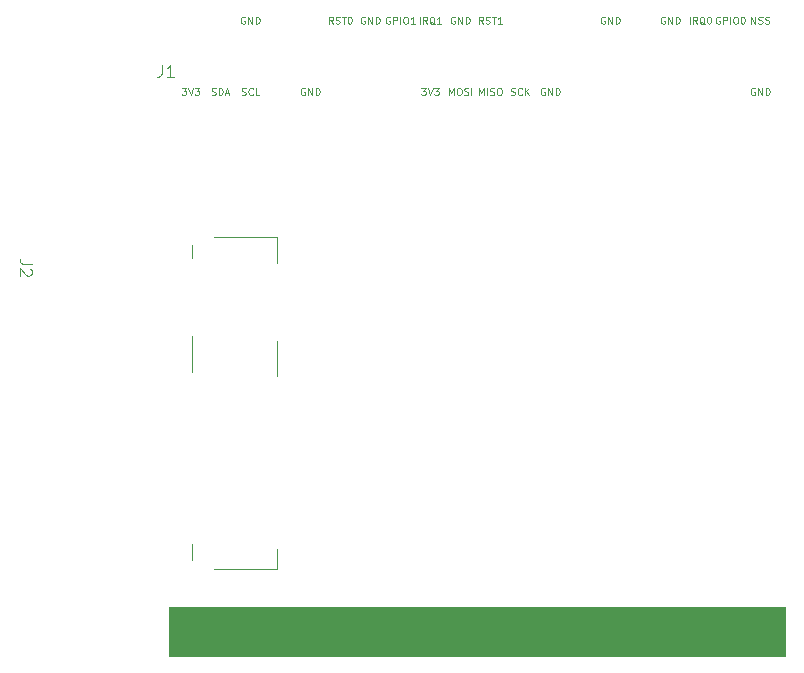
<source format=gbr>
%TF.GenerationSoftware,KiCad,Pcbnew,9.0.3*%
%TF.CreationDate,2025-08-29T17:44:56+02:00*%
%TF.ProjectId,RadioHAT,52616469-6f48-4415-942e-6b696361645f,rev?*%
%TF.SameCoordinates,Original*%
%TF.FileFunction,Legend,Top*%
%TF.FilePolarity,Positive*%
%FSLAX46Y46*%
G04 Gerber Fmt 4.6, Leading zero omitted, Abs format (unit mm)*
G04 Created by KiCad (PCBNEW 9.0.3) date 2025-08-29 17:44:56*
%MOMM*%
%LPD*%
G01*
G04 APERTURE LIST*
%ADD10C,0.100000*%
G04 APERTURE END LIST*
D10*
X114100000Y-121000000D02*
X166200000Y-121000000D01*
X166200000Y-125200000D01*
X114100000Y-125200000D01*
X114100000Y-121000000D01*
G36*
X114100000Y-121000000D02*
G01*
X166200000Y-121000000D01*
X166200000Y-125200000D01*
X114100000Y-125200000D01*
X114100000Y-121000000D01*
G37*
X102442580Y-91966666D02*
X101728295Y-91966666D01*
X101728295Y-91966666D02*
X101585438Y-91919047D01*
X101585438Y-91919047D02*
X101490200Y-91823809D01*
X101490200Y-91823809D02*
X101442580Y-91680952D01*
X101442580Y-91680952D02*
X101442580Y-91585714D01*
X102347342Y-92395238D02*
X102394961Y-92442857D01*
X102394961Y-92442857D02*
X102442580Y-92538095D01*
X102442580Y-92538095D02*
X102442580Y-92776190D01*
X102442580Y-92776190D02*
X102394961Y-92871428D01*
X102394961Y-92871428D02*
X102347342Y-92919047D01*
X102347342Y-92919047D02*
X102252104Y-92966666D01*
X102252104Y-92966666D02*
X102156866Y-92966666D01*
X102156866Y-92966666D02*
X102014009Y-92919047D01*
X102014009Y-92919047D02*
X101442580Y-92347619D01*
X101442580Y-92347619D02*
X101442580Y-92966666D01*
X113466666Y-75107419D02*
X113466666Y-75821704D01*
X113466666Y-75821704D02*
X113419047Y-75964561D01*
X113419047Y-75964561D02*
X113323809Y-76059800D01*
X113323809Y-76059800D02*
X113180952Y-76107419D01*
X113180952Y-76107419D02*
X113085714Y-76107419D01*
X114466666Y-76107419D02*
X113895238Y-76107419D01*
X114180952Y-76107419D02*
X114180952Y-75107419D01*
X114180952Y-75107419D02*
X114085714Y-75250276D01*
X114085714Y-75250276D02*
X113990476Y-75345514D01*
X113990476Y-75345514D02*
X113895238Y-75393133D01*
X163672857Y-77095942D02*
X163615715Y-77067371D01*
X163615715Y-77067371D02*
X163530000Y-77067371D01*
X163530000Y-77067371D02*
X163444286Y-77095942D01*
X163444286Y-77095942D02*
X163387143Y-77153085D01*
X163387143Y-77153085D02*
X163358572Y-77210228D01*
X163358572Y-77210228D02*
X163330000Y-77324514D01*
X163330000Y-77324514D02*
X163330000Y-77410228D01*
X163330000Y-77410228D02*
X163358572Y-77524514D01*
X163358572Y-77524514D02*
X163387143Y-77581657D01*
X163387143Y-77581657D02*
X163444286Y-77638800D01*
X163444286Y-77638800D02*
X163530000Y-77667371D01*
X163530000Y-77667371D02*
X163587143Y-77667371D01*
X163587143Y-77667371D02*
X163672857Y-77638800D01*
X163672857Y-77638800D02*
X163701429Y-77610228D01*
X163701429Y-77610228D02*
X163701429Y-77410228D01*
X163701429Y-77410228D02*
X163587143Y-77410228D01*
X163958572Y-77667371D02*
X163958572Y-77067371D01*
X163958572Y-77067371D02*
X164301429Y-77667371D01*
X164301429Y-77667371D02*
X164301429Y-77067371D01*
X164587143Y-77667371D02*
X164587143Y-77067371D01*
X164587143Y-77067371D02*
X164730000Y-77067371D01*
X164730000Y-77067371D02*
X164815714Y-77095942D01*
X164815714Y-77095942D02*
X164872857Y-77153085D01*
X164872857Y-77153085D02*
X164901428Y-77210228D01*
X164901428Y-77210228D02*
X164930000Y-77324514D01*
X164930000Y-77324514D02*
X164930000Y-77410228D01*
X164930000Y-77410228D02*
X164901428Y-77524514D01*
X164901428Y-77524514D02*
X164872857Y-77581657D01*
X164872857Y-77581657D02*
X164815714Y-77638800D01*
X164815714Y-77638800D02*
X164730000Y-77667371D01*
X164730000Y-77667371D02*
X164587143Y-77667371D01*
X163387143Y-71631371D02*
X163387143Y-71031371D01*
X163387143Y-71031371D02*
X163730000Y-71631371D01*
X163730000Y-71631371D02*
X163730000Y-71031371D01*
X163987142Y-71602800D02*
X164072857Y-71631371D01*
X164072857Y-71631371D02*
X164215714Y-71631371D01*
X164215714Y-71631371D02*
X164272857Y-71602800D01*
X164272857Y-71602800D02*
X164301428Y-71574228D01*
X164301428Y-71574228D02*
X164329999Y-71517085D01*
X164329999Y-71517085D02*
X164329999Y-71459942D01*
X164329999Y-71459942D02*
X164301428Y-71402800D01*
X164301428Y-71402800D02*
X164272857Y-71374228D01*
X164272857Y-71374228D02*
X164215714Y-71345657D01*
X164215714Y-71345657D02*
X164101428Y-71317085D01*
X164101428Y-71317085D02*
X164044285Y-71288514D01*
X164044285Y-71288514D02*
X164015714Y-71259942D01*
X164015714Y-71259942D02*
X163987142Y-71202800D01*
X163987142Y-71202800D02*
X163987142Y-71145657D01*
X163987142Y-71145657D02*
X164015714Y-71088514D01*
X164015714Y-71088514D02*
X164044285Y-71059942D01*
X164044285Y-71059942D02*
X164101428Y-71031371D01*
X164101428Y-71031371D02*
X164244285Y-71031371D01*
X164244285Y-71031371D02*
X164329999Y-71059942D01*
X164558571Y-71602800D02*
X164644286Y-71631371D01*
X164644286Y-71631371D02*
X164787143Y-71631371D01*
X164787143Y-71631371D02*
X164844286Y-71602800D01*
X164844286Y-71602800D02*
X164872857Y-71574228D01*
X164872857Y-71574228D02*
X164901428Y-71517085D01*
X164901428Y-71517085D02*
X164901428Y-71459942D01*
X164901428Y-71459942D02*
X164872857Y-71402800D01*
X164872857Y-71402800D02*
X164844286Y-71374228D01*
X164844286Y-71374228D02*
X164787143Y-71345657D01*
X164787143Y-71345657D02*
X164672857Y-71317085D01*
X164672857Y-71317085D02*
X164615714Y-71288514D01*
X164615714Y-71288514D02*
X164587143Y-71259942D01*
X164587143Y-71259942D02*
X164558571Y-71202800D01*
X164558571Y-71202800D02*
X164558571Y-71145657D01*
X164558571Y-71145657D02*
X164587143Y-71088514D01*
X164587143Y-71088514D02*
X164615714Y-71059942D01*
X164615714Y-71059942D02*
X164672857Y-71031371D01*
X164672857Y-71031371D02*
X164815714Y-71031371D01*
X164815714Y-71031371D02*
X164901428Y-71059942D01*
X160704285Y-71059942D02*
X160647143Y-71031371D01*
X160647143Y-71031371D02*
X160561428Y-71031371D01*
X160561428Y-71031371D02*
X160475714Y-71059942D01*
X160475714Y-71059942D02*
X160418571Y-71117085D01*
X160418571Y-71117085D02*
X160390000Y-71174228D01*
X160390000Y-71174228D02*
X160361428Y-71288514D01*
X160361428Y-71288514D02*
X160361428Y-71374228D01*
X160361428Y-71374228D02*
X160390000Y-71488514D01*
X160390000Y-71488514D02*
X160418571Y-71545657D01*
X160418571Y-71545657D02*
X160475714Y-71602800D01*
X160475714Y-71602800D02*
X160561428Y-71631371D01*
X160561428Y-71631371D02*
X160618571Y-71631371D01*
X160618571Y-71631371D02*
X160704285Y-71602800D01*
X160704285Y-71602800D02*
X160732857Y-71574228D01*
X160732857Y-71574228D02*
X160732857Y-71374228D01*
X160732857Y-71374228D02*
X160618571Y-71374228D01*
X160990000Y-71631371D02*
X160990000Y-71031371D01*
X160990000Y-71031371D02*
X161218571Y-71031371D01*
X161218571Y-71031371D02*
X161275714Y-71059942D01*
X161275714Y-71059942D02*
X161304285Y-71088514D01*
X161304285Y-71088514D02*
X161332857Y-71145657D01*
X161332857Y-71145657D02*
X161332857Y-71231371D01*
X161332857Y-71231371D02*
X161304285Y-71288514D01*
X161304285Y-71288514D02*
X161275714Y-71317085D01*
X161275714Y-71317085D02*
X161218571Y-71345657D01*
X161218571Y-71345657D02*
X160990000Y-71345657D01*
X161590000Y-71631371D02*
X161590000Y-71031371D01*
X161989999Y-71031371D02*
X162104285Y-71031371D01*
X162104285Y-71031371D02*
X162161428Y-71059942D01*
X162161428Y-71059942D02*
X162218571Y-71117085D01*
X162218571Y-71117085D02*
X162247142Y-71231371D01*
X162247142Y-71231371D02*
X162247142Y-71431371D01*
X162247142Y-71431371D02*
X162218571Y-71545657D01*
X162218571Y-71545657D02*
X162161428Y-71602800D01*
X162161428Y-71602800D02*
X162104285Y-71631371D01*
X162104285Y-71631371D02*
X161989999Y-71631371D01*
X161989999Y-71631371D02*
X161932857Y-71602800D01*
X161932857Y-71602800D02*
X161875714Y-71545657D01*
X161875714Y-71545657D02*
X161847142Y-71431371D01*
X161847142Y-71431371D02*
X161847142Y-71231371D01*
X161847142Y-71231371D02*
X161875714Y-71117085D01*
X161875714Y-71117085D02*
X161932857Y-71059942D01*
X161932857Y-71059942D02*
X161989999Y-71031371D01*
X162618570Y-71031371D02*
X162675713Y-71031371D01*
X162675713Y-71031371D02*
X162732856Y-71059942D01*
X162732856Y-71059942D02*
X162761428Y-71088514D01*
X162761428Y-71088514D02*
X162789999Y-71145657D01*
X162789999Y-71145657D02*
X162818570Y-71259942D01*
X162818570Y-71259942D02*
X162818570Y-71402800D01*
X162818570Y-71402800D02*
X162789999Y-71517085D01*
X162789999Y-71517085D02*
X162761428Y-71574228D01*
X162761428Y-71574228D02*
X162732856Y-71602800D01*
X162732856Y-71602800D02*
X162675713Y-71631371D01*
X162675713Y-71631371D02*
X162618570Y-71631371D01*
X162618570Y-71631371D02*
X162561428Y-71602800D01*
X162561428Y-71602800D02*
X162532856Y-71574228D01*
X162532856Y-71574228D02*
X162504285Y-71517085D01*
X162504285Y-71517085D02*
X162475713Y-71402800D01*
X162475713Y-71402800D02*
X162475713Y-71259942D01*
X162475713Y-71259942D02*
X162504285Y-71145657D01*
X162504285Y-71145657D02*
X162532856Y-71088514D01*
X162532856Y-71088514D02*
X162561428Y-71059942D01*
X162561428Y-71059942D02*
X162618570Y-71031371D01*
X158150000Y-71631371D02*
X158150000Y-71031371D01*
X158778571Y-71631371D02*
X158578571Y-71345657D01*
X158435714Y-71631371D02*
X158435714Y-71031371D01*
X158435714Y-71031371D02*
X158664285Y-71031371D01*
X158664285Y-71031371D02*
X158721428Y-71059942D01*
X158721428Y-71059942D02*
X158749999Y-71088514D01*
X158749999Y-71088514D02*
X158778571Y-71145657D01*
X158778571Y-71145657D02*
X158778571Y-71231371D01*
X158778571Y-71231371D02*
X158749999Y-71288514D01*
X158749999Y-71288514D02*
X158721428Y-71317085D01*
X158721428Y-71317085D02*
X158664285Y-71345657D01*
X158664285Y-71345657D02*
X158435714Y-71345657D01*
X159435714Y-71688514D02*
X159378571Y-71659942D01*
X159378571Y-71659942D02*
X159321428Y-71602800D01*
X159321428Y-71602800D02*
X159235714Y-71517085D01*
X159235714Y-71517085D02*
X159178571Y-71488514D01*
X159178571Y-71488514D02*
X159121428Y-71488514D01*
X159149999Y-71631371D02*
X159092857Y-71602800D01*
X159092857Y-71602800D02*
X159035714Y-71545657D01*
X159035714Y-71545657D02*
X159007142Y-71431371D01*
X159007142Y-71431371D02*
X159007142Y-71231371D01*
X159007142Y-71231371D02*
X159035714Y-71117085D01*
X159035714Y-71117085D02*
X159092857Y-71059942D01*
X159092857Y-71059942D02*
X159149999Y-71031371D01*
X159149999Y-71031371D02*
X159264285Y-71031371D01*
X159264285Y-71031371D02*
X159321428Y-71059942D01*
X159321428Y-71059942D02*
X159378571Y-71117085D01*
X159378571Y-71117085D02*
X159407142Y-71231371D01*
X159407142Y-71231371D02*
X159407142Y-71431371D01*
X159407142Y-71431371D02*
X159378571Y-71545657D01*
X159378571Y-71545657D02*
X159321428Y-71602800D01*
X159321428Y-71602800D02*
X159264285Y-71631371D01*
X159264285Y-71631371D02*
X159149999Y-71631371D01*
X159778570Y-71031371D02*
X159835713Y-71031371D01*
X159835713Y-71031371D02*
X159892856Y-71059942D01*
X159892856Y-71059942D02*
X159921428Y-71088514D01*
X159921428Y-71088514D02*
X159949999Y-71145657D01*
X159949999Y-71145657D02*
X159978570Y-71259942D01*
X159978570Y-71259942D02*
X159978570Y-71402800D01*
X159978570Y-71402800D02*
X159949999Y-71517085D01*
X159949999Y-71517085D02*
X159921428Y-71574228D01*
X159921428Y-71574228D02*
X159892856Y-71602800D01*
X159892856Y-71602800D02*
X159835713Y-71631371D01*
X159835713Y-71631371D02*
X159778570Y-71631371D01*
X159778570Y-71631371D02*
X159721428Y-71602800D01*
X159721428Y-71602800D02*
X159692856Y-71574228D01*
X159692856Y-71574228D02*
X159664285Y-71517085D01*
X159664285Y-71517085D02*
X159635713Y-71402800D01*
X159635713Y-71402800D02*
X159635713Y-71259942D01*
X159635713Y-71259942D02*
X159664285Y-71145657D01*
X159664285Y-71145657D02*
X159692856Y-71088514D01*
X159692856Y-71088514D02*
X159721428Y-71059942D01*
X159721428Y-71059942D02*
X159778570Y-71031371D01*
X156052857Y-71059942D02*
X155995715Y-71031371D01*
X155995715Y-71031371D02*
X155910000Y-71031371D01*
X155910000Y-71031371D02*
X155824286Y-71059942D01*
X155824286Y-71059942D02*
X155767143Y-71117085D01*
X155767143Y-71117085D02*
X155738572Y-71174228D01*
X155738572Y-71174228D02*
X155710000Y-71288514D01*
X155710000Y-71288514D02*
X155710000Y-71374228D01*
X155710000Y-71374228D02*
X155738572Y-71488514D01*
X155738572Y-71488514D02*
X155767143Y-71545657D01*
X155767143Y-71545657D02*
X155824286Y-71602800D01*
X155824286Y-71602800D02*
X155910000Y-71631371D01*
X155910000Y-71631371D02*
X155967143Y-71631371D01*
X155967143Y-71631371D02*
X156052857Y-71602800D01*
X156052857Y-71602800D02*
X156081429Y-71574228D01*
X156081429Y-71574228D02*
X156081429Y-71374228D01*
X156081429Y-71374228D02*
X155967143Y-71374228D01*
X156338572Y-71631371D02*
X156338572Y-71031371D01*
X156338572Y-71031371D02*
X156681429Y-71631371D01*
X156681429Y-71631371D02*
X156681429Y-71031371D01*
X156967143Y-71631371D02*
X156967143Y-71031371D01*
X156967143Y-71031371D02*
X157110000Y-71031371D01*
X157110000Y-71031371D02*
X157195714Y-71059942D01*
X157195714Y-71059942D02*
X157252857Y-71117085D01*
X157252857Y-71117085D02*
X157281428Y-71174228D01*
X157281428Y-71174228D02*
X157310000Y-71288514D01*
X157310000Y-71288514D02*
X157310000Y-71374228D01*
X157310000Y-71374228D02*
X157281428Y-71488514D01*
X157281428Y-71488514D02*
X157252857Y-71545657D01*
X157252857Y-71545657D02*
X157195714Y-71602800D01*
X157195714Y-71602800D02*
X157110000Y-71631371D01*
X157110000Y-71631371D02*
X156967143Y-71631371D01*
X150972857Y-71059942D02*
X150915715Y-71031371D01*
X150915715Y-71031371D02*
X150830000Y-71031371D01*
X150830000Y-71031371D02*
X150744286Y-71059942D01*
X150744286Y-71059942D02*
X150687143Y-71117085D01*
X150687143Y-71117085D02*
X150658572Y-71174228D01*
X150658572Y-71174228D02*
X150630000Y-71288514D01*
X150630000Y-71288514D02*
X150630000Y-71374228D01*
X150630000Y-71374228D02*
X150658572Y-71488514D01*
X150658572Y-71488514D02*
X150687143Y-71545657D01*
X150687143Y-71545657D02*
X150744286Y-71602800D01*
X150744286Y-71602800D02*
X150830000Y-71631371D01*
X150830000Y-71631371D02*
X150887143Y-71631371D01*
X150887143Y-71631371D02*
X150972857Y-71602800D01*
X150972857Y-71602800D02*
X151001429Y-71574228D01*
X151001429Y-71574228D02*
X151001429Y-71374228D01*
X151001429Y-71374228D02*
X150887143Y-71374228D01*
X151258572Y-71631371D02*
X151258572Y-71031371D01*
X151258572Y-71031371D02*
X151601429Y-71631371D01*
X151601429Y-71631371D02*
X151601429Y-71031371D01*
X151887143Y-71631371D02*
X151887143Y-71031371D01*
X151887143Y-71031371D02*
X152030000Y-71031371D01*
X152030000Y-71031371D02*
X152115714Y-71059942D01*
X152115714Y-71059942D02*
X152172857Y-71117085D01*
X152172857Y-71117085D02*
X152201428Y-71174228D01*
X152201428Y-71174228D02*
X152230000Y-71288514D01*
X152230000Y-71288514D02*
X152230000Y-71374228D01*
X152230000Y-71374228D02*
X152201428Y-71488514D01*
X152201428Y-71488514D02*
X152172857Y-71545657D01*
X152172857Y-71545657D02*
X152115714Y-71602800D01*
X152115714Y-71602800D02*
X152030000Y-71631371D01*
X152030000Y-71631371D02*
X151887143Y-71631371D01*
X140655714Y-71631371D02*
X140455714Y-71345657D01*
X140312857Y-71631371D02*
X140312857Y-71031371D01*
X140312857Y-71031371D02*
X140541428Y-71031371D01*
X140541428Y-71031371D02*
X140598571Y-71059942D01*
X140598571Y-71059942D02*
X140627142Y-71088514D01*
X140627142Y-71088514D02*
X140655714Y-71145657D01*
X140655714Y-71145657D02*
X140655714Y-71231371D01*
X140655714Y-71231371D02*
X140627142Y-71288514D01*
X140627142Y-71288514D02*
X140598571Y-71317085D01*
X140598571Y-71317085D02*
X140541428Y-71345657D01*
X140541428Y-71345657D02*
X140312857Y-71345657D01*
X140884285Y-71602800D02*
X140970000Y-71631371D01*
X140970000Y-71631371D02*
X141112857Y-71631371D01*
X141112857Y-71631371D02*
X141170000Y-71602800D01*
X141170000Y-71602800D02*
X141198571Y-71574228D01*
X141198571Y-71574228D02*
X141227142Y-71517085D01*
X141227142Y-71517085D02*
X141227142Y-71459942D01*
X141227142Y-71459942D02*
X141198571Y-71402800D01*
X141198571Y-71402800D02*
X141170000Y-71374228D01*
X141170000Y-71374228D02*
X141112857Y-71345657D01*
X141112857Y-71345657D02*
X140998571Y-71317085D01*
X140998571Y-71317085D02*
X140941428Y-71288514D01*
X140941428Y-71288514D02*
X140912857Y-71259942D01*
X140912857Y-71259942D02*
X140884285Y-71202800D01*
X140884285Y-71202800D02*
X140884285Y-71145657D01*
X140884285Y-71145657D02*
X140912857Y-71088514D01*
X140912857Y-71088514D02*
X140941428Y-71059942D01*
X140941428Y-71059942D02*
X140998571Y-71031371D01*
X140998571Y-71031371D02*
X141141428Y-71031371D01*
X141141428Y-71031371D02*
X141227142Y-71059942D01*
X141398571Y-71031371D02*
X141741429Y-71031371D01*
X141570000Y-71631371D02*
X141570000Y-71031371D01*
X142255714Y-71631371D02*
X141912857Y-71631371D01*
X142084286Y-71631371D02*
X142084286Y-71031371D01*
X142084286Y-71031371D02*
X142027143Y-71117085D01*
X142027143Y-71117085D02*
X141970000Y-71174228D01*
X141970000Y-71174228D02*
X141912857Y-71202800D01*
X145892857Y-77095942D02*
X145835715Y-77067371D01*
X145835715Y-77067371D02*
X145750000Y-77067371D01*
X145750000Y-77067371D02*
X145664286Y-77095942D01*
X145664286Y-77095942D02*
X145607143Y-77153085D01*
X145607143Y-77153085D02*
X145578572Y-77210228D01*
X145578572Y-77210228D02*
X145550000Y-77324514D01*
X145550000Y-77324514D02*
X145550000Y-77410228D01*
X145550000Y-77410228D02*
X145578572Y-77524514D01*
X145578572Y-77524514D02*
X145607143Y-77581657D01*
X145607143Y-77581657D02*
X145664286Y-77638800D01*
X145664286Y-77638800D02*
X145750000Y-77667371D01*
X145750000Y-77667371D02*
X145807143Y-77667371D01*
X145807143Y-77667371D02*
X145892857Y-77638800D01*
X145892857Y-77638800D02*
X145921429Y-77610228D01*
X145921429Y-77610228D02*
X145921429Y-77410228D01*
X145921429Y-77410228D02*
X145807143Y-77410228D01*
X146178572Y-77667371D02*
X146178572Y-77067371D01*
X146178572Y-77067371D02*
X146521429Y-77667371D01*
X146521429Y-77667371D02*
X146521429Y-77067371D01*
X146807143Y-77667371D02*
X146807143Y-77067371D01*
X146807143Y-77067371D02*
X146950000Y-77067371D01*
X146950000Y-77067371D02*
X147035714Y-77095942D01*
X147035714Y-77095942D02*
X147092857Y-77153085D01*
X147092857Y-77153085D02*
X147121428Y-77210228D01*
X147121428Y-77210228D02*
X147150000Y-77324514D01*
X147150000Y-77324514D02*
X147150000Y-77410228D01*
X147150000Y-77410228D02*
X147121428Y-77524514D01*
X147121428Y-77524514D02*
X147092857Y-77581657D01*
X147092857Y-77581657D02*
X147035714Y-77638800D01*
X147035714Y-77638800D02*
X146950000Y-77667371D01*
X146950000Y-77667371D02*
X146807143Y-77667371D01*
X143038571Y-77638800D02*
X143124286Y-77667371D01*
X143124286Y-77667371D02*
X143267143Y-77667371D01*
X143267143Y-77667371D02*
X143324286Y-77638800D01*
X143324286Y-77638800D02*
X143352857Y-77610228D01*
X143352857Y-77610228D02*
X143381428Y-77553085D01*
X143381428Y-77553085D02*
X143381428Y-77495942D01*
X143381428Y-77495942D02*
X143352857Y-77438800D01*
X143352857Y-77438800D02*
X143324286Y-77410228D01*
X143324286Y-77410228D02*
X143267143Y-77381657D01*
X143267143Y-77381657D02*
X143152857Y-77353085D01*
X143152857Y-77353085D02*
X143095714Y-77324514D01*
X143095714Y-77324514D02*
X143067143Y-77295942D01*
X143067143Y-77295942D02*
X143038571Y-77238800D01*
X143038571Y-77238800D02*
X143038571Y-77181657D01*
X143038571Y-77181657D02*
X143067143Y-77124514D01*
X143067143Y-77124514D02*
X143095714Y-77095942D01*
X143095714Y-77095942D02*
X143152857Y-77067371D01*
X143152857Y-77067371D02*
X143295714Y-77067371D01*
X143295714Y-77067371D02*
X143381428Y-77095942D01*
X143981429Y-77610228D02*
X143952857Y-77638800D01*
X143952857Y-77638800D02*
X143867143Y-77667371D01*
X143867143Y-77667371D02*
X143810000Y-77667371D01*
X143810000Y-77667371D02*
X143724286Y-77638800D01*
X143724286Y-77638800D02*
X143667143Y-77581657D01*
X143667143Y-77581657D02*
X143638572Y-77524514D01*
X143638572Y-77524514D02*
X143610000Y-77410228D01*
X143610000Y-77410228D02*
X143610000Y-77324514D01*
X143610000Y-77324514D02*
X143638572Y-77210228D01*
X143638572Y-77210228D02*
X143667143Y-77153085D01*
X143667143Y-77153085D02*
X143724286Y-77095942D01*
X143724286Y-77095942D02*
X143810000Y-77067371D01*
X143810000Y-77067371D02*
X143867143Y-77067371D01*
X143867143Y-77067371D02*
X143952857Y-77095942D01*
X143952857Y-77095942D02*
X143981429Y-77124514D01*
X144238572Y-77667371D02*
X144238572Y-77067371D01*
X144581429Y-77667371D02*
X144324286Y-77324514D01*
X144581429Y-77067371D02*
X144238572Y-77410228D01*
X140327143Y-77667371D02*
X140327143Y-77067371D01*
X140327143Y-77067371D02*
X140527143Y-77495942D01*
X140527143Y-77495942D02*
X140727143Y-77067371D01*
X140727143Y-77067371D02*
X140727143Y-77667371D01*
X141012857Y-77667371D02*
X141012857Y-77067371D01*
X141269999Y-77638800D02*
X141355714Y-77667371D01*
X141355714Y-77667371D02*
X141498571Y-77667371D01*
X141498571Y-77667371D02*
X141555714Y-77638800D01*
X141555714Y-77638800D02*
X141584285Y-77610228D01*
X141584285Y-77610228D02*
X141612856Y-77553085D01*
X141612856Y-77553085D02*
X141612856Y-77495942D01*
X141612856Y-77495942D02*
X141584285Y-77438800D01*
X141584285Y-77438800D02*
X141555714Y-77410228D01*
X141555714Y-77410228D02*
X141498571Y-77381657D01*
X141498571Y-77381657D02*
X141384285Y-77353085D01*
X141384285Y-77353085D02*
X141327142Y-77324514D01*
X141327142Y-77324514D02*
X141298571Y-77295942D01*
X141298571Y-77295942D02*
X141269999Y-77238800D01*
X141269999Y-77238800D02*
X141269999Y-77181657D01*
X141269999Y-77181657D02*
X141298571Y-77124514D01*
X141298571Y-77124514D02*
X141327142Y-77095942D01*
X141327142Y-77095942D02*
X141384285Y-77067371D01*
X141384285Y-77067371D02*
X141527142Y-77067371D01*
X141527142Y-77067371D02*
X141612856Y-77095942D01*
X141984285Y-77067371D02*
X142098571Y-77067371D01*
X142098571Y-77067371D02*
X142155714Y-77095942D01*
X142155714Y-77095942D02*
X142212857Y-77153085D01*
X142212857Y-77153085D02*
X142241428Y-77267371D01*
X142241428Y-77267371D02*
X142241428Y-77467371D01*
X142241428Y-77467371D02*
X142212857Y-77581657D01*
X142212857Y-77581657D02*
X142155714Y-77638800D01*
X142155714Y-77638800D02*
X142098571Y-77667371D01*
X142098571Y-77667371D02*
X141984285Y-77667371D01*
X141984285Y-77667371D02*
X141927143Y-77638800D01*
X141927143Y-77638800D02*
X141870000Y-77581657D01*
X141870000Y-77581657D02*
X141841428Y-77467371D01*
X141841428Y-77467371D02*
X141841428Y-77267371D01*
X141841428Y-77267371D02*
X141870000Y-77153085D01*
X141870000Y-77153085D02*
X141927143Y-77095942D01*
X141927143Y-77095942D02*
X141984285Y-77067371D01*
X137787143Y-77667371D02*
X137787143Y-77067371D01*
X137787143Y-77067371D02*
X137987143Y-77495942D01*
X137987143Y-77495942D02*
X138187143Y-77067371D01*
X138187143Y-77067371D02*
X138187143Y-77667371D01*
X138587142Y-77067371D02*
X138701428Y-77067371D01*
X138701428Y-77067371D02*
X138758571Y-77095942D01*
X138758571Y-77095942D02*
X138815714Y-77153085D01*
X138815714Y-77153085D02*
X138844285Y-77267371D01*
X138844285Y-77267371D02*
X138844285Y-77467371D01*
X138844285Y-77467371D02*
X138815714Y-77581657D01*
X138815714Y-77581657D02*
X138758571Y-77638800D01*
X138758571Y-77638800D02*
X138701428Y-77667371D01*
X138701428Y-77667371D02*
X138587142Y-77667371D01*
X138587142Y-77667371D02*
X138530000Y-77638800D01*
X138530000Y-77638800D02*
X138472857Y-77581657D01*
X138472857Y-77581657D02*
X138444285Y-77467371D01*
X138444285Y-77467371D02*
X138444285Y-77267371D01*
X138444285Y-77267371D02*
X138472857Y-77153085D01*
X138472857Y-77153085D02*
X138530000Y-77095942D01*
X138530000Y-77095942D02*
X138587142Y-77067371D01*
X139072856Y-77638800D02*
X139158571Y-77667371D01*
X139158571Y-77667371D02*
X139301428Y-77667371D01*
X139301428Y-77667371D02*
X139358571Y-77638800D01*
X139358571Y-77638800D02*
X139387142Y-77610228D01*
X139387142Y-77610228D02*
X139415713Y-77553085D01*
X139415713Y-77553085D02*
X139415713Y-77495942D01*
X139415713Y-77495942D02*
X139387142Y-77438800D01*
X139387142Y-77438800D02*
X139358571Y-77410228D01*
X139358571Y-77410228D02*
X139301428Y-77381657D01*
X139301428Y-77381657D02*
X139187142Y-77353085D01*
X139187142Y-77353085D02*
X139129999Y-77324514D01*
X139129999Y-77324514D02*
X139101428Y-77295942D01*
X139101428Y-77295942D02*
X139072856Y-77238800D01*
X139072856Y-77238800D02*
X139072856Y-77181657D01*
X139072856Y-77181657D02*
X139101428Y-77124514D01*
X139101428Y-77124514D02*
X139129999Y-77095942D01*
X139129999Y-77095942D02*
X139187142Y-77067371D01*
X139187142Y-77067371D02*
X139329999Y-77067371D01*
X139329999Y-77067371D02*
X139415713Y-77095942D01*
X139672857Y-77667371D02*
X139672857Y-77067371D01*
X138272857Y-71059942D02*
X138215715Y-71031371D01*
X138215715Y-71031371D02*
X138130000Y-71031371D01*
X138130000Y-71031371D02*
X138044286Y-71059942D01*
X138044286Y-71059942D02*
X137987143Y-71117085D01*
X137987143Y-71117085D02*
X137958572Y-71174228D01*
X137958572Y-71174228D02*
X137930000Y-71288514D01*
X137930000Y-71288514D02*
X137930000Y-71374228D01*
X137930000Y-71374228D02*
X137958572Y-71488514D01*
X137958572Y-71488514D02*
X137987143Y-71545657D01*
X137987143Y-71545657D02*
X138044286Y-71602800D01*
X138044286Y-71602800D02*
X138130000Y-71631371D01*
X138130000Y-71631371D02*
X138187143Y-71631371D01*
X138187143Y-71631371D02*
X138272857Y-71602800D01*
X138272857Y-71602800D02*
X138301429Y-71574228D01*
X138301429Y-71574228D02*
X138301429Y-71374228D01*
X138301429Y-71374228D02*
X138187143Y-71374228D01*
X138558572Y-71631371D02*
X138558572Y-71031371D01*
X138558572Y-71031371D02*
X138901429Y-71631371D01*
X138901429Y-71631371D02*
X138901429Y-71031371D01*
X139187143Y-71631371D02*
X139187143Y-71031371D01*
X139187143Y-71031371D02*
X139330000Y-71031371D01*
X139330000Y-71031371D02*
X139415714Y-71059942D01*
X139415714Y-71059942D02*
X139472857Y-71117085D01*
X139472857Y-71117085D02*
X139501428Y-71174228D01*
X139501428Y-71174228D02*
X139530000Y-71288514D01*
X139530000Y-71288514D02*
X139530000Y-71374228D01*
X139530000Y-71374228D02*
X139501428Y-71488514D01*
X139501428Y-71488514D02*
X139472857Y-71545657D01*
X139472857Y-71545657D02*
X139415714Y-71602800D01*
X139415714Y-71602800D02*
X139330000Y-71631371D01*
X139330000Y-71631371D02*
X139187143Y-71631371D01*
X135447142Y-77067371D02*
X135818570Y-77067371D01*
X135818570Y-77067371D02*
X135618570Y-77295942D01*
X135618570Y-77295942D02*
X135704285Y-77295942D01*
X135704285Y-77295942D02*
X135761428Y-77324514D01*
X135761428Y-77324514D02*
X135789999Y-77353085D01*
X135789999Y-77353085D02*
X135818570Y-77410228D01*
X135818570Y-77410228D02*
X135818570Y-77553085D01*
X135818570Y-77553085D02*
X135789999Y-77610228D01*
X135789999Y-77610228D02*
X135761428Y-77638800D01*
X135761428Y-77638800D02*
X135704285Y-77667371D01*
X135704285Y-77667371D02*
X135532856Y-77667371D01*
X135532856Y-77667371D02*
X135475713Y-77638800D01*
X135475713Y-77638800D02*
X135447142Y-77610228D01*
X135989999Y-77067371D02*
X136189999Y-77667371D01*
X136189999Y-77667371D02*
X136389999Y-77067371D01*
X136532857Y-77067371D02*
X136904285Y-77067371D01*
X136904285Y-77067371D02*
X136704285Y-77295942D01*
X136704285Y-77295942D02*
X136790000Y-77295942D01*
X136790000Y-77295942D02*
X136847143Y-77324514D01*
X136847143Y-77324514D02*
X136875714Y-77353085D01*
X136875714Y-77353085D02*
X136904285Y-77410228D01*
X136904285Y-77410228D02*
X136904285Y-77553085D01*
X136904285Y-77553085D02*
X136875714Y-77610228D01*
X136875714Y-77610228D02*
X136847143Y-77638800D01*
X136847143Y-77638800D02*
X136790000Y-77667371D01*
X136790000Y-77667371D02*
X136618571Y-77667371D01*
X136618571Y-77667371D02*
X136561428Y-77638800D01*
X136561428Y-77638800D02*
X136532857Y-77610228D01*
X135290000Y-71631371D02*
X135290000Y-71031371D01*
X135918571Y-71631371D02*
X135718571Y-71345657D01*
X135575714Y-71631371D02*
X135575714Y-71031371D01*
X135575714Y-71031371D02*
X135804285Y-71031371D01*
X135804285Y-71031371D02*
X135861428Y-71059942D01*
X135861428Y-71059942D02*
X135889999Y-71088514D01*
X135889999Y-71088514D02*
X135918571Y-71145657D01*
X135918571Y-71145657D02*
X135918571Y-71231371D01*
X135918571Y-71231371D02*
X135889999Y-71288514D01*
X135889999Y-71288514D02*
X135861428Y-71317085D01*
X135861428Y-71317085D02*
X135804285Y-71345657D01*
X135804285Y-71345657D02*
X135575714Y-71345657D01*
X136575714Y-71688514D02*
X136518571Y-71659942D01*
X136518571Y-71659942D02*
X136461428Y-71602800D01*
X136461428Y-71602800D02*
X136375714Y-71517085D01*
X136375714Y-71517085D02*
X136318571Y-71488514D01*
X136318571Y-71488514D02*
X136261428Y-71488514D01*
X136289999Y-71631371D02*
X136232857Y-71602800D01*
X136232857Y-71602800D02*
X136175714Y-71545657D01*
X136175714Y-71545657D02*
X136147142Y-71431371D01*
X136147142Y-71431371D02*
X136147142Y-71231371D01*
X136147142Y-71231371D02*
X136175714Y-71117085D01*
X136175714Y-71117085D02*
X136232857Y-71059942D01*
X136232857Y-71059942D02*
X136289999Y-71031371D01*
X136289999Y-71031371D02*
X136404285Y-71031371D01*
X136404285Y-71031371D02*
X136461428Y-71059942D01*
X136461428Y-71059942D02*
X136518571Y-71117085D01*
X136518571Y-71117085D02*
X136547142Y-71231371D01*
X136547142Y-71231371D02*
X136547142Y-71431371D01*
X136547142Y-71431371D02*
X136518571Y-71545657D01*
X136518571Y-71545657D02*
X136461428Y-71602800D01*
X136461428Y-71602800D02*
X136404285Y-71631371D01*
X136404285Y-71631371D02*
X136289999Y-71631371D01*
X137118570Y-71631371D02*
X136775713Y-71631371D01*
X136947142Y-71631371D02*
X136947142Y-71031371D01*
X136947142Y-71031371D02*
X136889999Y-71117085D01*
X136889999Y-71117085D02*
X136832856Y-71174228D01*
X136832856Y-71174228D02*
X136775713Y-71202800D01*
X132764285Y-71059942D02*
X132707143Y-71031371D01*
X132707143Y-71031371D02*
X132621428Y-71031371D01*
X132621428Y-71031371D02*
X132535714Y-71059942D01*
X132535714Y-71059942D02*
X132478571Y-71117085D01*
X132478571Y-71117085D02*
X132450000Y-71174228D01*
X132450000Y-71174228D02*
X132421428Y-71288514D01*
X132421428Y-71288514D02*
X132421428Y-71374228D01*
X132421428Y-71374228D02*
X132450000Y-71488514D01*
X132450000Y-71488514D02*
X132478571Y-71545657D01*
X132478571Y-71545657D02*
X132535714Y-71602800D01*
X132535714Y-71602800D02*
X132621428Y-71631371D01*
X132621428Y-71631371D02*
X132678571Y-71631371D01*
X132678571Y-71631371D02*
X132764285Y-71602800D01*
X132764285Y-71602800D02*
X132792857Y-71574228D01*
X132792857Y-71574228D02*
X132792857Y-71374228D01*
X132792857Y-71374228D02*
X132678571Y-71374228D01*
X133050000Y-71631371D02*
X133050000Y-71031371D01*
X133050000Y-71031371D02*
X133278571Y-71031371D01*
X133278571Y-71031371D02*
X133335714Y-71059942D01*
X133335714Y-71059942D02*
X133364285Y-71088514D01*
X133364285Y-71088514D02*
X133392857Y-71145657D01*
X133392857Y-71145657D02*
X133392857Y-71231371D01*
X133392857Y-71231371D02*
X133364285Y-71288514D01*
X133364285Y-71288514D02*
X133335714Y-71317085D01*
X133335714Y-71317085D02*
X133278571Y-71345657D01*
X133278571Y-71345657D02*
X133050000Y-71345657D01*
X133650000Y-71631371D02*
X133650000Y-71031371D01*
X134049999Y-71031371D02*
X134164285Y-71031371D01*
X134164285Y-71031371D02*
X134221428Y-71059942D01*
X134221428Y-71059942D02*
X134278571Y-71117085D01*
X134278571Y-71117085D02*
X134307142Y-71231371D01*
X134307142Y-71231371D02*
X134307142Y-71431371D01*
X134307142Y-71431371D02*
X134278571Y-71545657D01*
X134278571Y-71545657D02*
X134221428Y-71602800D01*
X134221428Y-71602800D02*
X134164285Y-71631371D01*
X134164285Y-71631371D02*
X134049999Y-71631371D01*
X134049999Y-71631371D02*
X133992857Y-71602800D01*
X133992857Y-71602800D02*
X133935714Y-71545657D01*
X133935714Y-71545657D02*
X133907142Y-71431371D01*
X133907142Y-71431371D02*
X133907142Y-71231371D01*
X133907142Y-71231371D02*
X133935714Y-71117085D01*
X133935714Y-71117085D02*
X133992857Y-71059942D01*
X133992857Y-71059942D02*
X134049999Y-71031371D01*
X134878570Y-71631371D02*
X134535713Y-71631371D01*
X134707142Y-71631371D02*
X134707142Y-71031371D01*
X134707142Y-71031371D02*
X134649999Y-71117085D01*
X134649999Y-71117085D02*
X134592856Y-71174228D01*
X134592856Y-71174228D02*
X134535713Y-71202800D01*
X127955714Y-71631371D02*
X127755714Y-71345657D01*
X127612857Y-71631371D02*
X127612857Y-71031371D01*
X127612857Y-71031371D02*
X127841428Y-71031371D01*
X127841428Y-71031371D02*
X127898571Y-71059942D01*
X127898571Y-71059942D02*
X127927142Y-71088514D01*
X127927142Y-71088514D02*
X127955714Y-71145657D01*
X127955714Y-71145657D02*
X127955714Y-71231371D01*
X127955714Y-71231371D02*
X127927142Y-71288514D01*
X127927142Y-71288514D02*
X127898571Y-71317085D01*
X127898571Y-71317085D02*
X127841428Y-71345657D01*
X127841428Y-71345657D02*
X127612857Y-71345657D01*
X128184285Y-71602800D02*
X128270000Y-71631371D01*
X128270000Y-71631371D02*
X128412857Y-71631371D01*
X128412857Y-71631371D02*
X128470000Y-71602800D01*
X128470000Y-71602800D02*
X128498571Y-71574228D01*
X128498571Y-71574228D02*
X128527142Y-71517085D01*
X128527142Y-71517085D02*
X128527142Y-71459942D01*
X128527142Y-71459942D02*
X128498571Y-71402800D01*
X128498571Y-71402800D02*
X128470000Y-71374228D01*
X128470000Y-71374228D02*
X128412857Y-71345657D01*
X128412857Y-71345657D02*
X128298571Y-71317085D01*
X128298571Y-71317085D02*
X128241428Y-71288514D01*
X128241428Y-71288514D02*
X128212857Y-71259942D01*
X128212857Y-71259942D02*
X128184285Y-71202800D01*
X128184285Y-71202800D02*
X128184285Y-71145657D01*
X128184285Y-71145657D02*
X128212857Y-71088514D01*
X128212857Y-71088514D02*
X128241428Y-71059942D01*
X128241428Y-71059942D02*
X128298571Y-71031371D01*
X128298571Y-71031371D02*
X128441428Y-71031371D01*
X128441428Y-71031371D02*
X128527142Y-71059942D01*
X128698571Y-71031371D02*
X129041429Y-71031371D01*
X128870000Y-71631371D02*
X128870000Y-71031371D01*
X129355714Y-71031371D02*
X129412857Y-71031371D01*
X129412857Y-71031371D02*
X129470000Y-71059942D01*
X129470000Y-71059942D02*
X129498572Y-71088514D01*
X129498572Y-71088514D02*
X129527143Y-71145657D01*
X129527143Y-71145657D02*
X129555714Y-71259942D01*
X129555714Y-71259942D02*
X129555714Y-71402800D01*
X129555714Y-71402800D02*
X129527143Y-71517085D01*
X129527143Y-71517085D02*
X129498572Y-71574228D01*
X129498572Y-71574228D02*
X129470000Y-71602800D01*
X129470000Y-71602800D02*
X129412857Y-71631371D01*
X129412857Y-71631371D02*
X129355714Y-71631371D01*
X129355714Y-71631371D02*
X129298572Y-71602800D01*
X129298572Y-71602800D02*
X129270000Y-71574228D01*
X129270000Y-71574228D02*
X129241429Y-71517085D01*
X129241429Y-71517085D02*
X129212857Y-71402800D01*
X129212857Y-71402800D02*
X129212857Y-71259942D01*
X129212857Y-71259942D02*
X129241429Y-71145657D01*
X129241429Y-71145657D02*
X129270000Y-71088514D01*
X129270000Y-71088514D02*
X129298572Y-71059942D01*
X129298572Y-71059942D02*
X129355714Y-71031371D01*
X130652857Y-71059942D02*
X130595715Y-71031371D01*
X130595715Y-71031371D02*
X130510000Y-71031371D01*
X130510000Y-71031371D02*
X130424286Y-71059942D01*
X130424286Y-71059942D02*
X130367143Y-71117085D01*
X130367143Y-71117085D02*
X130338572Y-71174228D01*
X130338572Y-71174228D02*
X130310000Y-71288514D01*
X130310000Y-71288514D02*
X130310000Y-71374228D01*
X130310000Y-71374228D02*
X130338572Y-71488514D01*
X130338572Y-71488514D02*
X130367143Y-71545657D01*
X130367143Y-71545657D02*
X130424286Y-71602800D01*
X130424286Y-71602800D02*
X130510000Y-71631371D01*
X130510000Y-71631371D02*
X130567143Y-71631371D01*
X130567143Y-71631371D02*
X130652857Y-71602800D01*
X130652857Y-71602800D02*
X130681429Y-71574228D01*
X130681429Y-71574228D02*
X130681429Y-71374228D01*
X130681429Y-71374228D02*
X130567143Y-71374228D01*
X130938572Y-71631371D02*
X130938572Y-71031371D01*
X130938572Y-71031371D02*
X131281429Y-71631371D01*
X131281429Y-71631371D02*
X131281429Y-71031371D01*
X131567143Y-71631371D02*
X131567143Y-71031371D01*
X131567143Y-71031371D02*
X131710000Y-71031371D01*
X131710000Y-71031371D02*
X131795714Y-71059942D01*
X131795714Y-71059942D02*
X131852857Y-71117085D01*
X131852857Y-71117085D02*
X131881428Y-71174228D01*
X131881428Y-71174228D02*
X131910000Y-71288514D01*
X131910000Y-71288514D02*
X131910000Y-71374228D01*
X131910000Y-71374228D02*
X131881428Y-71488514D01*
X131881428Y-71488514D02*
X131852857Y-71545657D01*
X131852857Y-71545657D02*
X131795714Y-71602800D01*
X131795714Y-71602800D02*
X131710000Y-71631371D01*
X131710000Y-71631371D02*
X131567143Y-71631371D01*
X120492857Y-71059942D02*
X120435715Y-71031371D01*
X120435715Y-71031371D02*
X120350000Y-71031371D01*
X120350000Y-71031371D02*
X120264286Y-71059942D01*
X120264286Y-71059942D02*
X120207143Y-71117085D01*
X120207143Y-71117085D02*
X120178572Y-71174228D01*
X120178572Y-71174228D02*
X120150000Y-71288514D01*
X120150000Y-71288514D02*
X120150000Y-71374228D01*
X120150000Y-71374228D02*
X120178572Y-71488514D01*
X120178572Y-71488514D02*
X120207143Y-71545657D01*
X120207143Y-71545657D02*
X120264286Y-71602800D01*
X120264286Y-71602800D02*
X120350000Y-71631371D01*
X120350000Y-71631371D02*
X120407143Y-71631371D01*
X120407143Y-71631371D02*
X120492857Y-71602800D01*
X120492857Y-71602800D02*
X120521429Y-71574228D01*
X120521429Y-71574228D02*
X120521429Y-71374228D01*
X120521429Y-71374228D02*
X120407143Y-71374228D01*
X120778572Y-71631371D02*
X120778572Y-71031371D01*
X120778572Y-71031371D02*
X121121429Y-71631371D01*
X121121429Y-71631371D02*
X121121429Y-71031371D01*
X121407143Y-71631371D02*
X121407143Y-71031371D01*
X121407143Y-71031371D02*
X121550000Y-71031371D01*
X121550000Y-71031371D02*
X121635714Y-71059942D01*
X121635714Y-71059942D02*
X121692857Y-71117085D01*
X121692857Y-71117085D02*
X121721428Y-71174228D01*
X121721428Y-71174228D02*
X121750000Y-71288514D01*
X121750000Y-71288514D02*
X121750000Y-71374228D01*
X121750000Y-71374228D02*
X121721428Y-71488514D01*
X121721428Y-71488514D02*
X121692857Y-71545657D01*
X121692857Y-71545657D02*
X121635714Y-71602800D01*
X121635714Y-71602800D02*
X121550000Y-71631371D01*
X121550000Y-71631371D02*
X121407143Y-71631371D01*
X125572857Y-77095942D02*
X125515715Y-77067371D01*
X125515715Y-77067371D02*
X125430000Y-77067371D01*
X125430000Y-77067371D02*
X125344286Y-77095942D01*
X125344286Y-77095942D02*
X125287143Y-77153085D01*
X125287143Y-77153085D02*
X125258572Y-77210228D01*
X125258572Y-77210228D02*
X125230000Y-77324514D01*
X125230000Y-77324514D02*
X125230000Y-77410228D01*
X125230000Y-77410228D02*
X125258572Y-77524514D01*
X125258572Y-77524514D02*
X125287143Y-77581657D01*
X125287143Y-77581657D02*
X125344286Y-77638800D01*
X125344286Y-77638800D02*
X125430000Y-77667371D01*
X125430000Y-77667371D02*
X125487143Y-77667371D01*
X125487143Y-77667371D02*
X125572857Y-77638800D01*
X125572857Y-77638800D02*
X125601429Y-77610228D01*
X125601429Y-77610228D02*
X125601429Y-77410228D01*
X125601429Y-77410228D02*
X125487143Y-77410228D01*
X125858572Y-77667371D02*
X125858572Y-77067371D01*
X125858572Y-77067371D02*
X126201429Y-77667371D01*
X126201429Y-77667371D02*
X126201429Y-77067371D01*
X126487143Y-77667371D02*
X126487143Y-77067371D01*
X126487143Y-77067371D02*
X126630000Y-77067371D01*
X126630000Y-77067371D02*
X126715714Y-77095942D01*
X126715714Y-77095942D02*
X126772857Y-77153085D01*
X126772857Y-77153085D02*
X126801428Y-77210228D01*
X126801428Y-77210228D02*
X126830000Y-77324514D01*
X126830000Y-77324514D02*
X126830000Y-77410228D01*
X126830000Y-77410228D02*
X126801428Y-77524514D01*
X126801428Y-77524514D02*
X126772857Y-77581657D01*
X126772857Y-77581657D02*
X126715714Y-77638800D01*
X126715714Y-77638800D02*
X126630000Y-77667371D01*
X126630000Y-77667371D02*
X126487143Y-77667371D01*
X120235714Y-77638800D02*
X120321429Y-77667371D01*
X120321429Y-77667371D02*
X120464286Y-77667371D01*
X120464286Y-77667371D02*
X120521429Y-77638800D01*
X120521429Y-77638800D02*
X120550000Y-77610228D01*
X120550000Y-77610228D02*
X120578571Y-77553085D01*
X120578571Y-77553085D02*
X120578571Y-77495942D01*
X120578571Y-77495942D02*
X120550000Y-77438800D01*
X120550000Y-77438800D02*
X120521429Y-77410228D01*
X120521429Y-77410228D02*
X120464286Y-77381657D01*
X120464286Y-77381657D02*
X120350000Y-77353085D01*
X120350000Y-77353085D02*
X120292857Y-77324514D01*
X120292857Y-77324514D02*
X120264286Y-77295942D01*
X120264286Y-77295942D02*
X120235714Y-77238800D01*
X120235714Y-77238800D02*
X120235714Y-77181657D01*
X120235714Y-77181657D02*
X120264286Y-77124514D01*
X120264286Y-77124514D02*
X120292857Y-77095942D01*
X120292857Y-77095942D02*
X120350000Y-77067371D01*
X120350000Y-77067371D02*
X120492857Y-77067371D01*
X120492857Y-77067371D02*
X120578571Y-77095942D01*
X121178572Y-77610228D02*
X121150000Y-77638800D01*
X121150000Y-77638800D02*
X121064286Y-77667371D01*
X121064286Y-77667371D02*
X121007143Y-77667371D01*
X121007143Y-77667371D02*
X120921429Y-77638800D01*
X120921429Y-77638800D02*
X120864286Y-77581657D01*
X120864286Y-77581657D02*
X120835715Y-77524514D01*
X120835715Y-77524514D02*
X120807143Y-77410228D01*
X120807143Y-77410228D02*
X120807143Y-77324514D01*
X120807143Y-77324514D02*
X120835715Y-77210228D01*
X120835715Y-77210228D02*
X120864286Y-77153085D01*
X120864286Y-77153085D02*
X120921429Y-77095942D01*
X120921429Y-77095942D02*
X121007143Y-77067371D01*
X121007143Y-77067371D02*
X121064286Y-77067371D01*
X121064286Y-77067371D02*
X121150000Y-77095942D01*
X121150000Y-77095942D02*
X121178572Y-77124514D01*
X121721429Y-77667371D02*
X121435715Y-77667371D01*
X121435715Y-77667371D02*
X121435715Y-77067371D01*
X117681428Y-77644800D02*
X117767143Y-77673371D01*
X117767143Y-77673371D02*
X117910000Y-77673371D01*
X117910000Y-77673371D02*
X117967143Y-77644800D01*
X117967143Y-77644800D02*
X117995714Y-77616228D01*
X117995714Y-77616228D02*
X118024285Y-77559085D01*
X118024285Y-77559085D02*
X118024285Y-77501942D01*
X118024285Y-77501942D02*
X117995714Y-77444800D01*
X117995714Y-77444800D02*
X117967143Y-77416228D01*
X117967143Y-77416228D02*
X117910000Y-77387657D01*
X117910000Y-77387657D02*
X117795714Y-77359085D01*
X117795714Y-77359085D02*
X117738571Y-77330514D01*
X117738571Y-77330514D02*
X117710000Y-77301942D01*
X117710000Y-77301942D02*
X117681428Y-77244800D01*
X117681428Y-77244800D02*
X117681428Y-77187657D01*
X117681428Y-77187657D02*
X117710000Y-77130514D01*
X117710000Y-77130514D02*
X117738571Y-77101942D01*
X117738571Y-77101942D02*
X117795714Y-77073371D01*
X117795714Y-77073371D02*
X117938571Y-77073371D01*
X117938571Y-77073371D02*
X118024285Y-77101942D01*
X118281429Y-77673371D02*
X118281429Y-77073371D01*
X118281429Y-77073371D02*
X118424286Y-77073371D01*
X118424286Y-77073371D02*
X118510000Y-77101942D01*
X118510000Y-77101942D02*
X118567143Y-77159085D01*
X118567143Y-77159085D02*
X118595714Y-77216228D01*
X118595714Y-77216228D02*
X118624286Y-77330514D01*
X118624286Y-77330514D02*
X118624286Y-77416228D01*
X118624286Y-77416228D02*
X118595714Y-77530514D01*
X118595714Y-77530514D02*
X118567143Y-77587657D01*
X118567143Y-77587657D02*
X118510000Y-77644800D01*
X118510000Y-77644800D02*
X118424286Y-77673371D01*
X118424286Y-77673371D02*
X118281429Y-77673371D01*
X118852857Y-77501942D02*
X119138572Y-77501942D01*
X118795714Y-77673371D02*
X118995714Y-77073371D01*
X118995714Y-77073371D02*
X119195714Y-77673371D01*
X115157142Y-77073371D02*
X115528570Y-77073371D01*
X115528570Y-77073371D02*
X115328570Y-77301942D01*
X115328570Y-77301942D02*
X115414285Y-77301942D01*
X115414285Y-77301942D02*
X115471428Y-77330514D01*
X115471428Y-77330514D02*
X115499999Y-77359085D01*
X115499999Y-77359085D02*
X115528570Y-77416228D01*
X115528570Y-77416228D02*
X115528570Y-77559085D01*
X115528570Y-77559085D02*
X115499999Y-77616228D01*
X115499999Y-77616228D02*
X115471428Y-77644800D01*
X115471428Y-77644800D02*
X115414285Y-77673371D01*
X115414285Y-77673371D02*
X115242856Y-77673371D01*
X115242856Y-77673371D02*
X115185713Y-77644800D01*
X115185713Y-77644800D02*
X115157142Y-77616228D01*
X115699999Y-77073371D02*
X115899999Y-77673371D01*
X115899999Y-77673371D02*
X116099999Y-77073371D01*
X116242857Y-77073371D02*
X116614285Y-77073371D01*
X116614285Y-77073371D02*
X116414285Y-77301942D01*
X116414285Y-77301942D02*
X116500000Y-77301942D01*
X116500000Y-77301942D02*
X116557143Y-77330514D01*
X116557143Y-77330514D02*
X116585714Y-77359085D01*
X116585714Y-77359085D02*
X116614285Y-77416228D01*
X116614285Y-77416228D02*
X116614285Y-77559085D01*
X116614285Y-77559085D02*
X116585714Y-77616228D01*
X116585714Y-77616228D02*
X116557143Y-77644800D01*
X116557143Y-77644800D02*
X116500000Y-77673371D01*
X116500000Y-77673371D02*
X116328571Y-77673371D01*
X116328571Y-77673371D02*
X116271428Y-77644800D01*
X116271428Y-77644800D02*
X116242857Y-77616228D01*
%TO.C,J2*%
X116000000Y-91500000D02*
X116000000Y-90400000D01*
X116000000Y-98100000D02*
X116000000Y-101100000D01*
X116000000Y-115700000D02*
X116000000Y-117000000D01*
X117900000Y-117800000D02*
X123200000Y-117800000D01*
X123200000Y-89700000D02*
X117900000Y-89700000D01*
X123200000Y-91900000D02*
X123200000Y-89700000D01*
X123200000Y-98500000D02*
X123200000Y-101500000D01*
X123200000Y-117800000D02*
X123200000Y-116100000D01*
%TD*%
M02*

</source>
